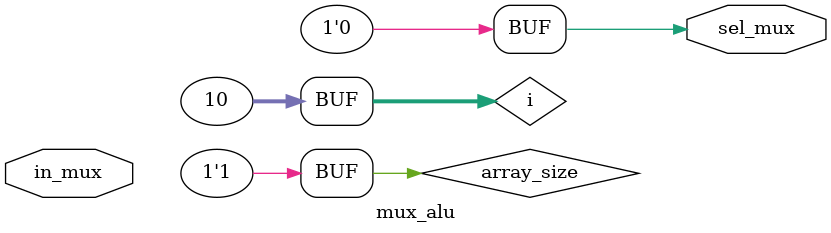
<source format=v>
module mux_alu (
    input [31:0] in_mux,
    output reg sel_mux
);
  reg array_size;
  integer i;

  always @(*) begin
    for (i = 0; i < 10; i = i + 1) begin
      array_size = i;
    end

    if (array_size == 6) begin
      sel_mux = 1;  // r type demo
    end else begin
      sel_mux = 0;  // i type demo
    end
  end
endmodule

</source>
